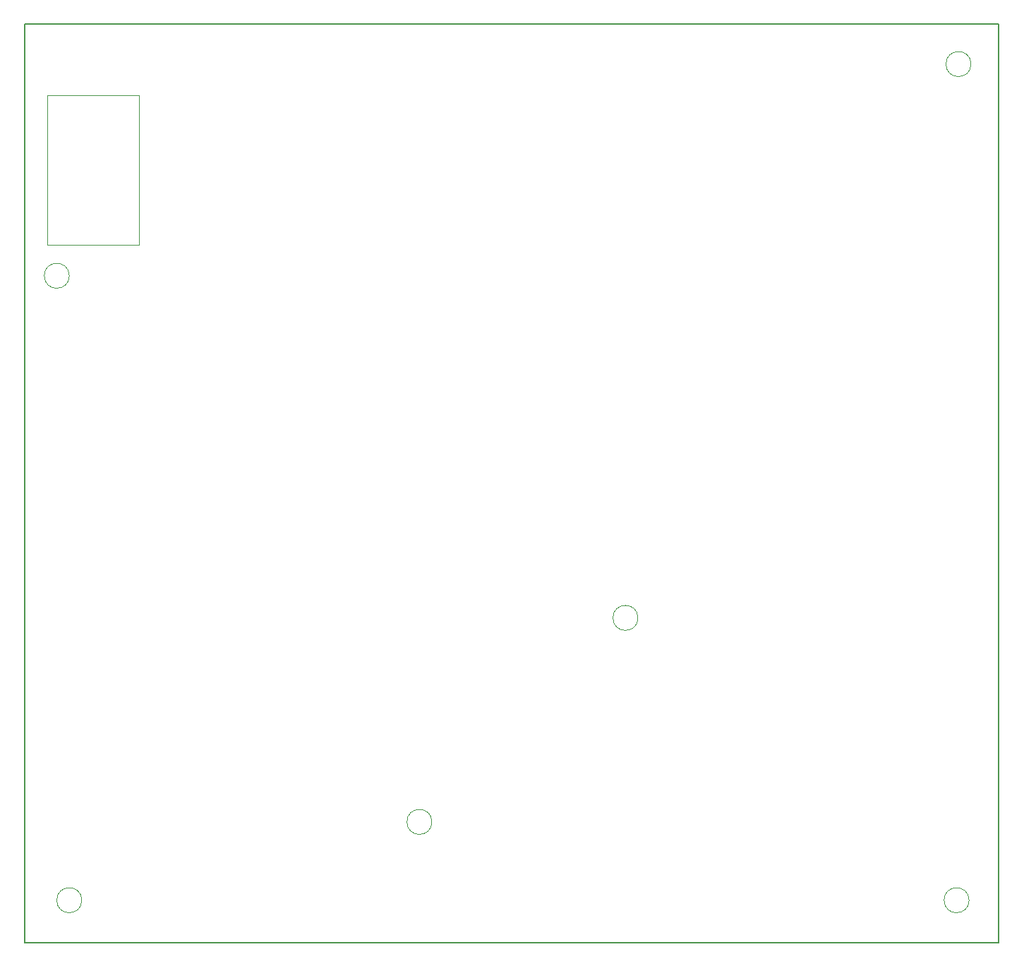
<source format=gbr>
%TF.GenerationSoftware,KiCad,Pcbnew,(6.0.10)*%
%TF.CreationDate,2023-11-27T14:58:49-03:00*%
%TF.ProjectId,ProyectoFinal_Invertido,50726f79-6563-4746-9f46-696e616c5f49,rev?*%
%TF.SameCoordinates,Original*%
%TF.FileFunction,Profile,NP*%
%FSLAX46Y46*%
G04 Gerber Fmt 4.6, Leading zero omitted, Abs format (unit mm)*
G04 Created by KiCad (PCBNEW (6.0.10)) date 2023-11-27 14:58:49*
%MOMM*%
%LPD*%
G01*
G04 APERTURE LIST*
%TA.AperFunction,Profile*%
%ADD10C,0.150000*%
%TD*%
%TA.AperFunction,Profile*%
%ADD11C,0.100000*%
%TD*%
%TA.AperFunction,Profile*%
%ADD12C,0.120000*%
%TD*%
G04 APERTURE END LIST*
D10*
X276246906Y-113260000D02*
X159406906Y-113260000D01*
X159406906Y-113260000D02*
X159406906Y-223496000D01*
X159406906Y-223496000D02*
X276246906Y-223496000D01*
X276246906Y-223496000D02*
X276246906Y-113260000D01*
D11*
X272896906Y-118110000D02*
G75*
G03*
X272896906Y-118110000I-1500000J0D01*
G01*
X166216906Y-218440000D02*
G75*
G03*
X166216906Y-218440000I-1500000J0D01*
G01*
X272666906Y-218440000D02*
G75*
G03*
X272666906Y-218440000I-1500000J0D01*
G01*
X164716906Y-143510000D02*
G75*
G03*
X164716906Y-143510000I-1500000J0D01*
G01*
D12*
%TO.C,J14*%
X232944970Y-184561899D02*
G75*
G03*
X232944970Y-184561899I-1500000J0D01*
G01*
X208222537Y-209040521D02*
G75*
G03*
X208222537Y-209040521I-1500000J0D01*
G01*
%TO.C,SW1*%
X173120906Y-121843800D02*
X162120906Y-121843800D01*
X162120906Y-121843800D02*
X162120906Y-139843800D01*
X162120906Y-139843800D02*
X173120906Y-139843800D01*
X173120906Y-139843800D02*
X173120906Y-121843800D01*
%TD*%
M02*

</source>
